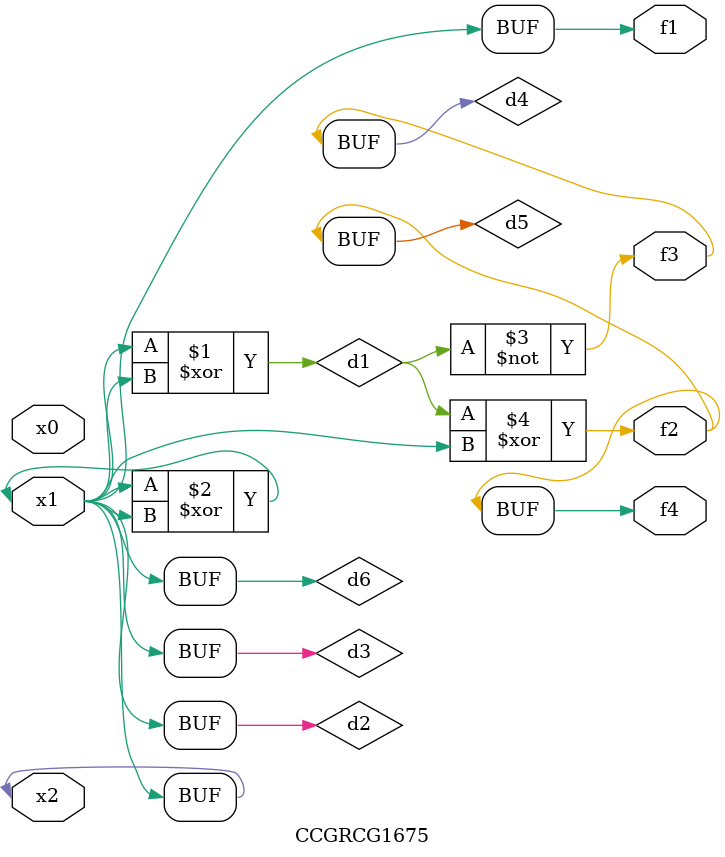
<source format=v>
module CCGRCG1675(
	input x0, x1, x2,
	output f1, f2, f3, f4
);

	wire d1, d2, d3, d4, d5, d6;

	xor (d1, x1, x2);
	buf (d2, x1, x2);
	xor (d3, x1, x2);
	nor (d4, d1);
	xor (d5, d1, d2);
	buf (d6, d2, d3);
	assign f1 = d6;
	assign f2 = d5;
	assign f3 = d4;
	assign f4 = d5;
endmodule

</source>
